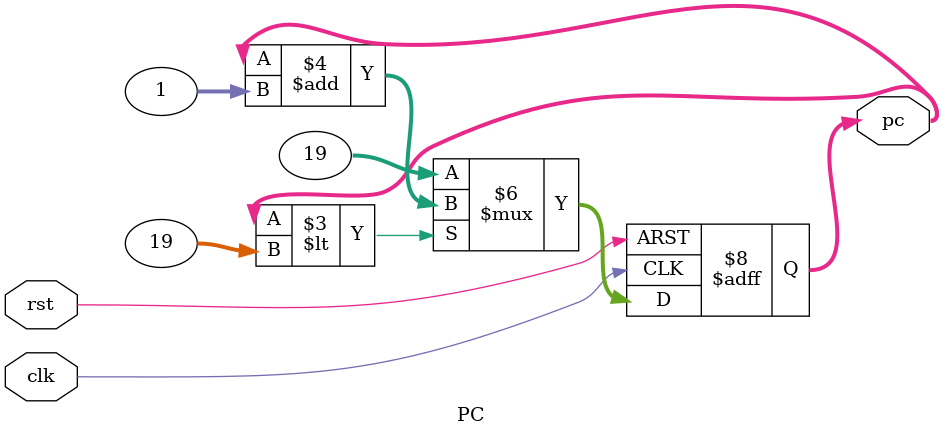
<source format=v>
module PC(
 
  input rst,
  input clk,
  output reg [31:0]pc
  );

	always @(posedge clk or posedge rst)
		if (rst == 1)
		pc = 0;
		
		else if(pc < 19)
				pc = pc + 1;
				else
				pc = 19;
  endmodule

</source>
